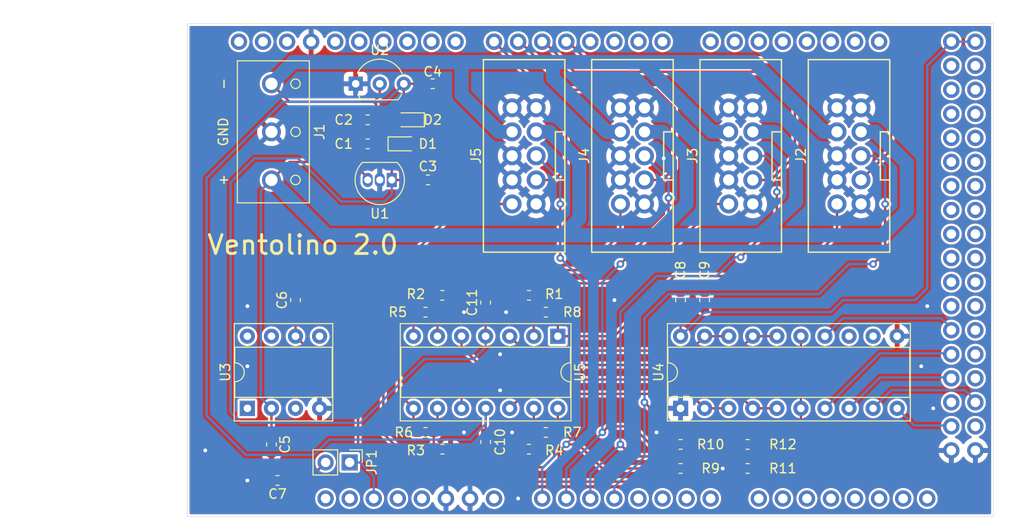
<source format=kicad_pcb>
(kicad_pcb (version 20200104) (host pcbnew "5.99.0-unknown-5eea852~100~ubuntu18.04.1")
  (layers (0 "F.Cu" signal) (31 "B.Cu" signal) (34 "B.Paste" user) (35 "F.Paste" user) (36 "B.SilkS" user) (37 "F.SilkS" user) (38 "B.Mask" user) (39 "F.Mask" user) (44 "Edge.Cuts" user))
  (net 0 "")
  (net 1 "GND")
  (net 2 "+VDC")
  (net 3 "-VDC")
  (net 4 "+12V")
  (net 5 "-12V")
  (net 6 "+2V5")
  (net 7 "+5V")
  (net 8 "Net-(J2-Pad5)")
  (net 9 "Net-(J2-Pad3)")
  (net 10 "Net-(J2-Pad2)")
  (net 11 "Net-(J3-Pad5)")
  (net 12 "Net-(J3-Pad3)")
  (net 13 "Net-(J3-Pad2)")
  (net 14 "Net-(J4-Pad5)")
  (net 15 "Net-(J4-Pad3)")
  (net 16 "Net-(J4-Pad2)")
  (net 17 "Net-(J5-Pad5)")
  (net 18 "Net-(J5-Pad3)")
  (net 19 "Net-(J5-Pad2)")
  (net 20 "Net-(JP1-Pad1)")
  (net 21 "Net-(R1-Pad1)")
  (net 22 "Net-(R2-Pad1)")
  (net 23 "Net-(R3-Pad1)")
  (net 24 "Net-(R4-Pad1)")
  (net 25 "Net-(U4-Pad10)")
  (net 26 "Net-(U4-Pad18)")
  (net 27 "Net-(U4-Pad9)")
  (net 28 "Net-(U4-Pad8)")
  (net 29 "Net-(U4-Pad16)")
  (net 30 "Net-(U4-Pad7)")
  (net 31 "Net-(U4-Pad4)")
  (net 32 "Net-(U4-Pad14)")
  (net 33 "Net-(U4-Pad2)")
  (net 34 "Net-(C7-Pad1)")
  (module "Package_TO_SOT_THT:TO-92L_Inline_Wide" (layer "F.Cu") (at 81.28 62.23)
    (fp_text reference "U2" (at 2.54 -3.56) (layer "F.SilkS"))
    (fp_text value "LM79L12_TO92")
    (pad "1" thru_hole rect (at 0 0 90) (size 1.5 1.5) (drill 0.8) (layers *.Cu *.Mask) (net 1 "GND"))
    (pad "3" thru_hole circle (at 5.08 0 90) (size 1.5 1.5) (drill 0.8) (layers *.Cu *.Mask) (net 5 "-12V"))
    (pad "2" thru_hole circle (at 2.54 0 90) (size 1.5 1.5) (drill 0.8) (layers *.Cu *.Mask) (net 3 "-VDC"))
  )
  (module "Diode_SMD:D_0603_1608Metric_Pad1.05x0.95mm_HandSolder" (layer "F.Cu") (at 86.36 68.58)
    (fp_text reference "D1" (at 2.54 0) (layer "F.SilkS"))
    (fp_text value "1N4001")
    (pad "1" smd roundrect (at -0.875 0) (size 1.05 0.95) (layers "F.Cu" "F.Paste" "F.Mask") (net 4 "+12V"))
    (pad "2" smd roundrect (at 0.875 0) (size 1.05 0.95) (layers "F.Cu" "F.Paste" "F.Mask") (net 1 "GND"))
  )
  (module "Diode_SMD:D_0603_1608Metric_Pad1.05x0.95mm_HandSolder" (layer "F.Cu") (at 86.868 66.04 180)
    (fp_text reference "D2" (at -2.54 0) (layer "F.SilkS"))
    (fp_text value "1N4001")
    (pad "1" smd roundrect (at -0.875 0 180) (size 1.05 0.95) (layers "F.Cu" "F.Paste" "F.Mask") (net 1 "GND"))
    (pad "2" smd roundrect (at 0.875 0 180) (size 1.05 0.95) (layers "F.Cu" "F.Paste" "F.Mask") (net 5 "-12V"))
  )
  (module "Arduino:Arduino_Mega2560_Shield_mOD" (layer "F.Cu") (at 50.165 108.585)
    (fp_text reference "XA1")
    (fp_text value "Arduino_Mega2560_Shield")
    (pad "GND6" thru_hole oval (at 96.52 -7.62) (size 1.7272 1.7272) (drill 1.016) (layers *.Cu *.Mask) (net 1 "GND"))
    (pad "GND5" thru_hole oval (at 93.98 -7.62) (size 1.7272 1.7272) (drill 1.016) (layers *.Cu *.Mask) (net 1 "GND"))
    (pad "D53" thru_hole oval (at 96.52 -10.16) (size 1.7272 1.7272) (drill 1.016) (layers *.Cu *.Mask))
    (pad "D52" thru_hole oval (at 93.98 -10.16) (size 1.7272 1.7272) (drill 1.016) (layers *.Cu *.Mask) (net 25 "Net-(U4-Pad10)"))
    (pad "D51" thru_hole oval (at 96.52 -12.7) (size 1.7272 1.7272) (drill 1.016) (layers *.Cu *.Mask) (net 27 "Net-(U4-Pad9)"))
    (pad "D50" thru_hole oval (at 93.98 -12.7) (size 1.7272 1.7272) (drill 1.016) (layers *.Cu *.Mask))
    (pad "D49" thru_hole oval (at 96.52 -15.24) (size 1.7272 1.7272) (drill 1.016) (layers *.Cu *.Mask))
    (pad "D48" thru_hole oval (at 93.98 -15.24) (size 1.7272 1.7272) (drill 1.016) (layers *.Cu *.Mask) (net 28 "Net-(U4-Pad8)"))
    (pad "D47" thru_hole oval (at 96.52 -17.78) (size 1.7272 1.7272) (drill 1.016) (layers *.Cu *.Mask))
    (pad "D46" thru_hole oval (at 93.98 -17.78) (size 1.7272 1.7272) (drill 1.016) (layers *.Cu *.Mask) (net 30 "Net-(U4-Pad7)"))
    (pad "D45" thru_hole oval (at 96.52 -20.32) (size 1.7272 1.7272) (drill 1.016) (layers *.Cu *.Mask))
    (pad "D44" thru_hole oval (at 93.98 -20.32) (size 1.7272 1.7272) (drill 1.016) (layers *.Cu *.Mask) (net 32 "Net-(U4-Pad14)"))
    (pad "D43" thru_hole oval (at 96.52 -22.86) (size 1.7272 1.7272) (drill 1.016) (layers *.Cu *.Mask))
    (pad "D42" thru_hole oval (at 93.98 -22.86) (size 1.7272 1.7272) (drill 1.016) (layers *.Cu *.Mask))
    (pad "D41" thru_hole oval (at 96.52 -25.4) (size 1.7272 1.7272) (drill 1.016) (layers *.Cu *.Mask))
    (pad "D40" thru_hole oval (at 93.98 -25.4) (size 1.7272 1.7272) (drill 1.016) (layers *.Cu *.Mask))
    (pad "D39" thru_hole oval (at 96.52 -27.94) (size 1.7272 1.7272) (drill 1.016) (layers *.Cu *.Mask))
    (pad "D38" thru_hole oval (at 93.98 -27.94) (size 1.7272 1.7272) (drill 1.016) (layers *.Cu *.Mask))
    (pad "D37" thru_hole oval (at 96.52 -30.48) (size 1.7272 1.7272) (drill 1.016) (layers *.Cu *.Mask))
    (pad "D36" thru_hole oval (at 93.98 -30.48) (size 1.7272 1.7272) (drill 1.016) (layers *.Cu *.Mask))
    (pad "D35" thru_hole oval (at 96.52 -33.02) (size 1.7272 1.7272) (drill 1.016) (layers *.Cu *.Mask))
    (pad "D34" thru_hole oval (at 93.98 -33.02) (size 1.7272 1.7272) (drill 1.016) (layers *.Cu *.Mask))
    (pad "D33" thru_hole oval (at 96.52 -35.56) (size 1.7272 1.7272) (drill 1.016) (layers *.Cu *.Mask))
    (pad "D32" thru_hole oval (at 93.98 -35.56) (size 1.7272 1.7272) (drill 1.016) (layers *.Cu *.Mask))
    (pad "D31" thru_hole oval (at 96.52 -38.1) (size 1.7272 1.7272) (drill 1.016) (layers *.Cu *.Mask))
    (pad "D30" thru_hole oval (at 93.98 -38.1) (size 1.7272 1.7272) (drill 1.016) (layers *.Cu *.Mask))
    (pad "D29" thru_hole oval (at 96.52 -40.64) (size 1.7272 1.7272) (drill 1.016) (layers *.Cu *.Mask))
    (pad "D28" thru_hole oval (at 93.98 -40.64) (size 1.7272 1.7272) (drill 1.016) (layers *.Cu *.Mask))
    (pad "D27" thru_hole oval (at 96.52 -43.18) (size 1.7272 1.7272) (drill 1.016) (layers *.Cu *.Mask))
    (pad "D26" thru_hole oval (at 93.98 -43.18) (size 1.7272 1.7272) (drill 1.016) (layers *.Cu *.Mask))
    (pad "D25" thru_hole oval (at 96.52 -45.72) (size 1.7272 1.7272) (drill 1.016) (layers *.Cu *.Mask))
    (pad "D24" thru_hole oval (at 93.98 -45.72) (size 1.7272 1.7272) (drill 1.016) (layers *.Cu *.Mask))
    (pad "D23" thru_hole oval (at 96.52 -48.26) (size 1.7272 1.7272) (drill 1.016) (layers *.Cu *.Mask))
    (pad "D22" thru_hole oval (at 93.98 -48.26) (size 1.7272 1.7272) (drill 1.016) (layers *.Cu *.Mask))
    (pad "5V4" thru_hole oval (at 96.52 -50.8) (size 1.7272 1.7272) (drill 1.016) (layers *.Cu *.Mask) (net 7 "+5V"))
    (pad "5V3" thru_hole oval (at 93.98 -50.8) (size 1.7272 1.7272) (drill 1.016) (layers *.Cu *.Mask) (net 7 "+5V"))
    (pad "A15" thru_hole oval (at 91.44 -2.54) (size 1.7272 1.7272) (drill 1.016) (layers *.Cu *.Mask))
    (pad "A14" thru_hole oval (at 88.9 -2.54) (size 1.7272 1.7272) (drill 1.016) (layers *.Cu *.Mask))
    (pad "A13" thru_hole oval (at 86.36 -2.54) (size 1.7272 1.7272) (drill 1.016) (layers *.Cu *.Mask))
    (pad "A12" thru_hole oval (at 83.82 -2.54) (size 1.7272 1.7272) (drill 1.016) (layers *.Cu *.Mask))
    (pad "A11" thru_hole oval (at 81.28 -2.54) (size 1.7272 1.7272) (drill 1.016) (layers *.Cu *.Mask))
    (pad "A10" thru_hole oval (at 78.74 -2.54) (size 1.7272 1.7272) (drill 1.016) (layers *.Cu *.Mask))
    (pad "A9" thru_hole oval (at 76.2 -2.54) (size 1.7272 1.7272) (drill 1.016) (layers *.Cu *.Mask))
    (pad "A8" thru_hole oval (at 73.66 -2.54) (size 1.7272 1.7272) (drill 1.016) (layers *.Cu *.Mask))
    (pad "A7" thru_hole oval (at 68.58 -2.54) (size 1.7272 1.7272) (drill 1.016) (layers *.Cu *.Mask))
    (pad "A6" thru_hole oval (at 66.04 -2.54) (size 1.7272 1.7272) (drill 1.016) (layers *.Cu *.Mask))
    (pad "A5" thru_hole oval (at 63.5 -2.54) (size 1.7272 1.7272) (drill 1.016) (layers *.Cu *.Mask))
    (pad "A4" thru_hole oval (at 60.96 -2.54) (size 1.7272 1.7272) (drill 1.016) (layers *.Cu *.Mask))
    (pad "A3" thru_hole oval (at 58.42 -2.54) (size 1.7272 1.7272) (drill 1.016) (layers *.Cu *.Mask) (net 8 "Net-(J2-Pad5)"))
    (pad "A2" thru_hole oval (at 55.88 -2.54) (size 1.7272 1.7272) (drill 1.016) (layers *.Cu *.Mask) (net 11 "Net-(J3-Pad5)"))
    (pad "A1" thru_hole oval (at 53.34 -2.54) (size 1.7272 1.7272) (drill 1.016) (layers *.Cu *.Mask) (net 14 "Net-(J4-Pad5)"))
    (pad "" thru_hole oval (at 27.94 -2.54) (size 1.7272 1.7272) (drill 1.016) (layers *.Cu *.Mask))
    (pad "D11" thru_hole oval (at 34.036 -50.8) (size 1.7272 1.7272) (drill 1.016) (layers *.Cu *.Mask))
    (pad "D12" thru_hole oval (at 31.496 -50.8) (size 1.7272 1.7272) (drill 1.016) (layers *.Cu *.Mask))
    (pad "D13" thru_hole oval (at 28.956 -50.8) (size 1.7272 1.7272) (drill 1.016) (layers *.Cu *.Mask))
    (pad "AREF" thru_hole oval (at 23.876 -50.8) (size 1.7272 1.7272) (drill 1.016) (layers *.Cu *.Mask))
    (pad "SDA" thru_hole oval (at 21.336 -50.8) (size 1.7272 1.7272) (drill 1.016) (layers *.Cu *.Mask))
    (pad "SCL" thru_hole oval (at 18.796 -50.8) (size 1.7272 1.7272) (drill 1.016) (layers *.Cu *.Mask))
    (pad "D10" thru_hole oval (at 36.576 -50.8) (size 1.7272 1.7272) (drill 1.016) (layers *.Cu *.Mask))
    (pad "D9" thru_hole oval (at 39.116 -50.8) (size 1.7272 1.7272) (drill 1.016) (layers *.Cu *.Mask))
    (pad "D8" thru_hole oval (at 41.656 -50.8) (size 1.7272 1.7272) (drill 1.016) (layers *.Cu *.Mask))
    (pad "GND1" thru_hole oval (at 26.416 -50.8) (size 1.7272 1.7272) (drill 1.016) (layers *.Cu *.Mask) (net 1 "GND"))
    (pad "D7" thru_hole oval (at 45.72 -50.8) (size 1.7272 1.7272) (drill 1.016) (layers *.Cu *.Mask) (net 18 "Net-(J5-Pad3)"))
    (pad "D6" thru_hole oval (at 48.26 -50.8) (size 1.7272 1.7272) (drill 1.016) (layers *.Cu *.Mask) (net 15 "Net-(J4-Pad3)"))
    (pad "D5" thru_hole oval (at 50.8 -50.8) (size 1.7272 1.7272) (drill 1.016) (layers *.Cu *.Mask) (net 12 "Net-(J3-Pad3)"))
    (pad "D4" thru_hole oval (at 53.34 -50.8) (size 1.7272 1.7272) (drill 1.016) (layers *.Cu *.Mask) (net 9 "Net-(J2-Pad3)"))
    (pad "D3" thru_hole oval (at 55.88 -50.8) (size 1.7272 1.7272) (drill 1.016) (layers *.Cu *.Mask))
    (pad "D2" thru_hole oval (at 58.42 -50.8) (size 1.7272 1.7272) (drill 1.016) (layers *.Cu *.Mask))
    (pad "D1" thru_hole oval (at 60.96 -50.8) (size 1.7272 1.7272) (drill 1.016) (layers *.Cu *.Mask))
    (pad "D0" thru_hole oval (at 63.5 -50.8) (size 1.7272 1.7272) (drill 1.016) (layers *.Cu *.Mask))
    (pad "D14" thru_hole oval (at 68.58 -50.8) (size 1.7272 1.7272) (drill 1.016) (layers *.Cu *.Mask))
    (pad "D15" thru_hole oval (at 71.12 -50.8) (size 1.7272 1.7272) (drill 1.016) (layers *.Cu *.Mask))
    (pad "D16" thru_hole oval (at 73.66 -50.8) (size 1.7272 1.7272) (drill 1.016) (layers *.Cu *.Mask))
    (pad "D17" thru_hole oval (at 76.2 -50.8) (size 1.7272 1.7272) (drill 1.016) (layers *.Cu *.Mask))
    (pad "D18" thru_hole oval (at 78.74 -50.8) (size 1.7272 1.7272) (drill 1.016) (layers *.Cu *.Mask))
    (pad "D19" thru_hole oval (at 81.28 -50.8) (size 1.7272 1.7272) (drill 1.016) (layers *.Cu *.Mask))
    (pad "D20" thru_hole oval (at 83.82 -50.8) (size 1.7272 1.7272) (drill 1.016) (layers *.Cu *.Mask))
    (pad "D21" thru_hole oval (at 86.36 -50.8) (size 1.7272 1.7272) (drill 1.016) (layers *.Cu *.Mask))
    (pad "IORF" thru_hole oval (at 30.48 -2.54) (size 1.7272 1.7272) (drill 1.016) (layers *.Cu *.Mask))
    (pad "RST1" thru_hole oval (at 33.02 -2.54) (size 1.7272 1.7272) (drill 1.016) (layers *.Cu *.Mask) (net 20 "Net-(JP1-Pad1)"))
    (pad "3V3" thru_hole oval (at 35.56 -2.54) (size 1.7272 1.7272) (drill 1.016) (layers *.Cu *.Mask))
    (pad "5V1" thru_hole oval (at 38.1 -2.54) (size 1.7272 1.7272) (drill 1.016) (layers *.Cu *.Mask))
    (pad "GND2" thru_hole oval (at 40.64 -2.54) (size 1.7272 1.7272) (drill 1.016) (layers *.Cu *.Mask) (net 1 "GND"))
    (pad "GND3" thru_hole oval (at 43.18 -2.54) (size 1.7272 1.7272) (drill 1.016) (layers *.Cu *.Mask) (net 1 "GND"))
    (pad "VIN" thru_hole oval (at 45.72 -2.54) (size 1.7272 1.7272) (drill 1.016) (layers *.Cu *.Mask))
    (pad "A0" thru_hole oval (at 50.8 -2.54) (size 1.7272 1.7272) (drill 1.016) (layers *.Cu *.Mask) (net 17 "Net-(J5-Pad5)"))
  )
  (module "Resistor_SMD:R_0603_1608Metric_Pad1.05x0.95mm_HandSolder" (layer "F.Cu") (at 122.64001 100.33)
    (fp_text reference "R12" (at 3.72499 0) (layer "F.SilkS"))
    (fp_text value "10k")
    (pad "2" smd roundrect (at 0.875 0) (size 1.05 0.95) (layers "F.Cu" "F.Paste" "F.Mask") (net 1 "GND"))
    (pad "1" smd roundrect (at -0.875 0) (size 1.05 0.95) (layers "F.Cu" "F.Paste" "F.Mask") (net 8 "Net-(J2-Pad5)"))
  )
  (module "Resistor_SMD:R_0603_1608Metric_Pad1.05x0.95mm_HandSolder" (layer "F.Cu") (at 122.64001 102.87)
    (fp_text reference "R11" (at 3.72499 0) (layer "F.SilkS"))
    (fp_text value "10k")
    (pad "2" smd roundrect (at 0.875 0) (size 1.05 0.95) (layers "F.Cu" "F.Paste" "F.Mask") (net 1 "GND"))
    (pad "1" smd roundrect (at -0.875 0) (size 1.05 0.95) (layers "F.Cu" "F.Paste" "F.Mask") (net 11 "Net-(J3-Pad5)"))
  )
  (module "Resistor_SMD:R_0603_1608Metric_Pad1.05x0.95mm_HandSolder" (layer "F.Cu") (at 115.57 100.33)
    (fp_text reference "R10" (at 3.175 0) (layer "F.SilkS"))
    (fp_text value "10k")
    (pad "2" smd roundrect (at 0.875 0) (size 1.05 0.95) (layers "F.Cu" "F.Paste" "F.Mask") (net 1 "GND"))
    (pad "1" smd roundrect (at -0.875 0) (size 1.05 0.95) (layers "F.Cu" "F.Paste" "F.Mask") (net 14 "Net-(J4-Pad5)"))
  )
  (module "Resistor_SMD:R_0603_1608Metric_Pad1.05x0.95mm_HandSolder" (layer "F.Cu") (at 115.57 102.87)
    (fp_text reference "R9" (at 3.175 0) (layer "F.SilkS"))
    (fp_text value "10k")
    (pad "2" smd roundrect (at 0.875 0) (size 1.05 0.95) (layers "F.Cu" "F.Paste" "F.Mask") (net 1 "GND"))
    (pad "1" smd roundrect (at -0.875 0) (size 1.05 0.95) (layers "F.Cu" "F.Paste" "F.Mask") (net 17 "Net-(J5-Pad5)"))
  )
  (module "RS_Screw:RS_Screw_Term_x3" (layer "F.Cu") (at 72.39 67.31 -90)
    (fp_text reference "J1" (at 0 -5.08 90) (layer "F.SilkS"))
    (fp_text value "Screw_Terminal_01x03")
    (fp_text user "-" (at -5.08 5.08 90) (layer "F.SilkS"))
    (fp_text user "GND" (at 0 5.08 90) (layer "F.SilkS"))
    (fp_text user "+" (at 5.08 5.08 90) (layer "F.SilkS"))
    (pad "3" thru_hole circle (at 5.08 0 270) (size 2 2) (drill 1.3) (layers *.Cu *.Mask) (net 2 "+VDC"))
    (pad "2" thru_hole circle (at 0 0 270) (size 2 2) (drill 1.3) (layers *.Cu *.Mask) (net 1 "GND"))
    (pad "1" thru_hole circle (at -5.08 0 270) (size 2 2) (drill 1.3) (layers *.Cu *.Mask) (net 3 "-VDC"))
  )
  (module "Package_DIP:DIP-14_W7.62mm_Socket" (layer "F.Cu") (at 102.616 88.9 -90)
    (fp_text reference "U5" (at 3.81 -2.33 90) (layer "F.SilkS"))
    (fp_text value "LM324")
    (pad "14" thru_hole oval (at 7.62 0 270) (size 1.6 1.6) (drill 0.8) (layers *.Cu *.Mask) (net 19 "Net-(J5-Pad2)"))
    (pad "7" thru_hole oval (at 0 15.24 270) (size 1.6 1.6) (drill 0.8) (layers *.Cu *.Mask) (net 13 "Net-(J3-Pad2)"))
    (pad "13" thru_hole oval (at 7.62 2.54 270) (size 1.6 1.6) (drill 0.8) (layers *.Cu *.Mask) (net 24 "Net-(R4-Pad1)"))
    (pad "6" thru_hole oval (at 0 12.7 270) (size 1.6 1.6) (drill 0.8) (layers *.Cu *.Mask) (net 22 "Net-(R2-Pad1)"))
    (pad "12" thru_hole oval (at 7.62 5.08 270) (size 1.6 1.6) (drill 0.8) (layers *.Cu *.Mask) (net 33 "Net-(U4-Pad2)"))
    (pad "5" thru_hole oval (at 0 10.16 270) (size 1.6 1.6) (drill 0.8) (layers *.Cu *.Mask) (net 29 "Net-(U4-Pad16)"))
    (pad "11" thru_hole oval (at 7.62 7.62 270) (size 1.6 1.6) (drill 0.8) (layers *.Cu *.Mask) (net 5 "-12V"))
    (pad "4" thru_hole oval (at 0 7.62 270) (size 1.6 1.6) (drill 0.8) (layers *.Cu *.Mask) (net 4 "+12V"))
    (pad "10" thru_hole oval (at 7.62 10.16 270) (size 1.6 1.6) (drill 0.8) (layers *.Cu *.Mask) (net 31 "Net-(U4-Pad4)"))
    (pad "3" thru_hole oval (at 0 5.08 270) (size 1.6 1.6) (drill 0.8) (layers *.Cu *.Mask) (net 26 "Net-(U4-Pad18)"))
    (pad "9" thru_hole oval (at 7.62 12.7 270) (size 1.6 1.6) (drill 0.8) (layers *.Cu *.Mask) (net 23 "Net-(R3-Pad1)"))
    (pad "2" thru_hole oval (at 0 2.54 270) (size 1.6 1.6) (drill 0.8) (layers *.Cu *.Mask) (net 21 "Net-(R1-Pad1)"))
    (pad "8" thru_hole oval (at 7.62 15.24 270) (size 1.6 1.6) (drill 0.8) (layers *.Cu *.Mask) (net 16 "Net-(J4-Pad2)"))
    (pad "1" thru_hole rect (at 0 0 270) (size 1.6 1.6) (drill 0.8) (layers *.Cu *.Mask) (net 10 "Net-(J2-Pad2)"))
  )
  (module "Package_DIP:DIP-20_W7.62mm_Socket" (layer "F.Cu") (at 115.57 96.52 90)
    (fp_text reference "U4" (at 3.81 -2.33 90) (layer "F.SilkS"))
    (fp_text value "MAX525")
    (pad "20" thru_hole oval (at 7.62 0 90) (size 1.6 1.6) (drill 0.8) (layers *.Cu *.Mask) (net 7 "+5V"))
    (pad "10" thru_hole oval (at 0 22.86 90) (size 1.6 1.6) (drill 0.8) (layers *.Cu *.Mask) (net 25 "Net-(U4-Pad10)"))
    (pad "19" thru_hole oval (at 7.62 2.54 90) (size 1.6 1.6) (drill 0.8) (layers *.Cu *.Mask) (net 26 "Net-(U4-Pad18)"))
    (pad "9" thru_hole oval (at 0 20.32 90) (size 1.6 1.6) (drill 0.8) (layers *.Cu *.Mask) (net 27 "Net-(U4-Pad9)"))
    (pad "18" thru_hole oval (at 7.62 5.08 90) (size 1.6 1.6) (drill 0.8) (layers *.Cu *.Mask) (net 26 "Net-(U4-Pad18)"))
    (pad "8" thru_hole oval (at 0 17.78 90) (size 1.6 1.6) (drill 0.8) (layers *.Cu *.Mask) (net 28 "Net-(U4-Pad8)"))
    (pad "17" thru_hole oval (at 7.62 7.62 90) (size 1.6 1.6) (drill 0.8) (layers *.Cu *.Mask) (net 29 "Net-(U4-Pad16)"))
    (pad "7" thru_hole oval (at 0 15.24 90) (size 1.6 1.6) (drill 0.8) (layers *.Cu *.Mask) (net 30 "Net-(U4-Pad7)"))
    (pad "16" thru_hole oval (at 7.62 10.16 90) (size 1.6 1.6) (drill 0.8) (layers *.Cu *.Mask) (net 29 "Net-(U4-Pad16)"))
    (pad "6" thru_hole oval (at 0 12.7 90) (size 1.6 1.6) (drill 0.8) (layers *.Cu *.Mask) (net 6 "+2V5"))
    (pad "15" thru_hole oval (at 7.62 12.7 90) (size 1.6 1.6) (drill 0.8) (layers *.Cu *.Mask) (net 6 "+2V5"))
    (pad "5" thru_hole oval (at 0 10.16 90) (size 1.6 1.6) (drill 0.8) (layers *.Cu *.Mask) (net 31 "Net-(U4-Pad4)"))
    (pad "14" thru_hole oval (at 7.62 15.24 90) (size 1.6 1.6) (drill 0.8) (layers *.Cu *.Mask) (net 32 "Net-(U4-Pad14)"))
    (pad "4" thru_hole oval (at 0 7.62 90) (size 1.6 1.6) (drill 0.8) (layers *.Cu *.Mask) (net 31 "Net-(U4-Pad4)"))
    (pad "13" thru_hole oval (at 7.62 17.78 90) (size 1.6 1.6) (drill 0.8) (layers *.Cu *.Mask))
    (pad "3" thru_hole oval (at 0 5.08 90) (size 1.6 1.6) (drill 0.8) (layers *.Cu *.Mask) (net 33 "Net-(U4-Pad2)"))
    (pad "12" thru_hole oval (at 7.62 20.32 90) (size 1.6 1.6) (drill 0.8) (layers *.Cu *.Mask))
    (pad "2" thru_hole oval (at 0 2.54 90) (size 1.6 1.6) (drill 0.8) (layers *.Cu *.Mask) (net 33 "Net-(U4-Pad2)"))
    (pad "11" thru_hole oval (at 7.62 22.86 90) (size 1.6 1.6) (drill 0.8) (layers *.Cu *.Mask) (net 1 "GND"))
    (pad "1" thru_hole rect (at 0 0 90) (size 1.6 1.6) (drill 0.8) (layers *.Cu *.Mask) (net 1 "GND"))
  )
  (module "Package_DIP:DIP-8_W7.62mm_Socket" (layer "F.Cu") (at 69.85 96.52 90)
    (fp_text reference "U3" (at 3.81 -2.33 90) (layer "F.SilkS"))
    (fp_text value "MAX6225")
    (pad "8" thru_hole oval (at 7.62 0 90) (size 1.6 1.6) (drill 0.8) (layers *.Cu *.Mask))
    (pad "4" thru_hole oval (at 0 7.62 90) (size 1.6 1.6) (drill 0.8) (layers *.Cu *.Mask) (net 1 "GND"))
    (pad "7" thru_hole oval (at 7.62 2.54 90) (size 1.6 1.6) (drill 0.8) (layers *.Cu *.Mask))
    (pad "3" thru_hole oval (at 0 5.08 90) (size 1.6 1.6) (drill 0.8) (layers *.Cu *.Mask))
    (pad "6" thru_hole oval (at 7.62 5.08 90) (size 1.6 1.6) (drill 0.8) (layers *.Cu *.Mask) (net 6 "+2V5"))
    (pad "2" thru_hole oval (at 0 2.54 90) (size 1.6 1.6) (drill 0.8) (layers *.Cu *.Mask) (net 2 "+VDC"))
    (pad "5" thru_hole oval (at 7.62 7.62 90) (size 1.6 1.6) (drill 0.8) (layers *.Cu *.Mask))
    (pad "1" thru_hole rect (at 0 0 90) (size 1.6 1.6) (drill 0.8) (layers *.Cu *.Mask))
  )
  (module "Package_TO_SOT_THT:TO-92_Inline" (layer "F.Cu") (at 85.09 72.39 180)
    (fp_text reference "U1" (at 1.27 -3.56) (layer "F.SilkS"))
    (fp_text value "MC78L12_TO92")
    (pad "1" thru_hole rect (at 0 0 180) (size 1.05 1.5) (drill 0.75) (layers *.Cu *.Mask) (net 4 "+12V"))
    (pad "3" thru_hole oval (at 2.54 0 180) (size 1.05 1.5) (drill 0.75) (layers *.Cu *.Mask) (net 2 "+VDC"))
    (pad "2" thru_hole oval (at 1.27 0 180) (size 1.05 1.5) (drill 0.75) (layers *.Cu *.Mask) (net 1 "GND"))
  )
  (module "Resistor_SMD:R_0603_1608Metric_Pad1.05x0.95mm_HandSolder" (layer "F.Cu") (at 101.346 86.36 180)
    (fp_text reference "R8" (at -2.794 0) (layer "F.SilkS"))
    (fp_text value "10k")
    (pad "2" smd roundrect (at 0.875 0 180) (size 1.05 0.95) (layers "F.Cu" "F.Paste" "F.Mask") (net 21 "Net-(R1-Pad1)"))
    (pad "1" smd roundrect (at -0.875 0 180) (size 1.05 0.95) (layers "F.Cu" "F.Paste" "F.Mask") (net 10 "Net-(J2-Pad2)"))
  )
  (module "Resistor_SMD:R_0603_1608Metric_Pad1.05x0.95mm_HandSolder" (layer "F.Cu") (at 101.346 99.06 180)
    (fp_text reference "R7" (at -2.794 0) (layer "F.SilkS"))
    (fp_text value "10k")
    (pad "2" smd roundrect (at 0.875 0 180) (size 1.05 0.95) (layers "F.Cu" "F.Paste" "F.Mask") (net 24 "Net-(R4-Pad1)"))
    (pad "1" smd roundrect (at -0.875 0 180) (size 1.05 0.95) (layers "F.Cu" "F.Paste" "F.Mask") (net 19 "Net-(J5-Pad2)"))
  )
  (module "Resistor_SMD:R_0603_1608Metric_Pad1.05x0.95mm_HandSolder" (layer "F.Cu") (at 88.646 99.06)
    (fp_text reference "R6" (at -2.286 0) (layer "F.SilkS"))
    (fp_text value "10k")
    (pad "2" smd roundrect (at 0.875 0) (size 1.05 0.95) (layers "F.Cu" "F.Paste" "F.Mask") (net 23 "Net-(R3-Pad1)"))
    (pad "1" smd roundrect (at -0.875 0) (size 1.05 0.95) (layers "F.Cu" "F.Paste" "F.Mask") (net 16 "Net-(J4-Pad2)"))
  )
  (module "Resistor_SMD:R_0603_1608Metric_Pad1.05x0.95mm_HandSolder" (layer "F.Cu") (at 88.646 86.36)
    (fp_text reference "R5" (at -2.921 0) (layer "F.SilkS"))
    (fp_text value "10k")
    (pad "2" smd roundrect (at 0.875 0) (size 1.05 0.95) (layers "F.Cu" "F.Paste" "F.Mask") (net 22 "Net-(R2-Pad1)"))
    (pad "1" smd roundrect (at -0.875 0) (size 1.05 0.95) (layers "F.Cu" "F.Paste" "F.Mask") (net 13 "Net-(J3-Pad2)"))
  )
  (module "Resistor_SMD:R_0603_1608Metric_Pad1.05x0.95mm_HandSolder" (layer "F.Cu") (at 99.568 100.838 180)
    (fp_text reference "R4" (at -2.667 -0.127) (layer "F.SilkS"))
    (fp_text value "10k")
    (pad "2" smd roundrect (at 0.875 0 180) (size 1.05 0.95) (layers "F.Cu" "F.Paste" "F.Mask") (net 1 "GND"))
    (pad "1" smd roundrect (at -0.875 0 180) (size 1.05 0.95) (layers "F.Cu" "F.Paste" "F.Mask") (net 24 "Net-(R4-Pad1)"))
  )
  (module "Resistor_SMD:R_0603_1608Metric_Pad1.05x0.95mm_HandSolder" (layer "F.Cu") (at 90.424 100.838)
    (fp_text reference "R3" (at -2.794 0.127) (layer "F.SilkS"))
    (fp_text value "10k")
    (pad "2" smd roundrect (at 0.875 0) (size 1.05 0.95) (layers "F.Cu" "F.Paste" "F.Mask") (net 1 "GND"))
    (pad "1" smd roundrect (at -0.875 0) (size 1.05 0.95) (layers "F.Cu" "F.Paste" "F.Mask") (net 23 "Net-(R3-Pad1)"))
  )
  (module "Resistor_SMD:R_0603_1608Metric_Pad1.05x0.95mm_HandSolder" (layer "F.Cu") (at 90.424 84.582)
    (fp_text reference "R2" (at -2.794 -0.127) (layer "F.SilkS"))
    (fp_text value "10k")
    (pad "2" smd roundrect (at 0.875 0) (size 1.05 0.95) (layers "F.Cu" "F.Paste" "F.Mask") (net 1 "GND"))
    (pad "1" smd roundrect (at -0.875 0) (size 1.05 0.95) (layers "F.Cu" "F.Paste" "F.Mask") (net 22 "Net-(R2-Pad1)"))
  )
  (module "Resistor_SMD:R_0603_1608Metric_Pad1.05x0.95mm_HandSolder" (layer "F.Cu") (at 99.568 84.582 180)
    (fp_text reference "R1" (at -2.667 0.127) (layer "F.SilkS"))
    (fp_text value "10k")
    (pad "2" smd roundrect (at 0.875 0 180) (size 1.05 0.95) (layers "F.Cu" "F.Paste" "F.Mask") (net 1 "GND"))
    (pad "1" smd roundrect (at -0.875 0 180) (size 1.05 0.95) (layers "F.Cu" "F.Paste" "F.Mask") (net 21 "Net-(R1-Pad1)"))
  )
  (module "Connector_PinHeader_2.54mm:PinHeader_1x02_P2.54mm_Vertical" (layer "F.Cu") (at 80.645 102.235 -90)
    (fp_text reference "JP1" (at 0 -2.33 90) (layer "F.SilkS"))
    (fp_text value "Jumper_NC_Small")
    (pad "2" thru_hole oval (at 0 2.54 270) (size 1.7 1.7) (drill 1) (layers *.Cu *.Mask) (net 34 "Net-(C7-Pad1)"))
    (pad "1" thru_hole rect (at 0 0 270) (size 1.7 1.7) (drill 1) (layers *.Cu *.Mask) (net 20 "Net-(JP1-Pad1)"))
  )
  (module "IDC:IDC_05x02" (layer "F.Cu") (at 99.06 69.85 90)
    (fp_text reference "J5" (at 0 -5.08 90) (layer "F.SilkS"))
    (fp_text value "Conn_01x10")
    (pad "10" thru_hole circle (at 5.08 -1.27 90) (size 2 2) (drill 1.2) (layers *.Cu *.Mask) (net 1 "GND"))
    (pad "9" thru_hole circle (at 5.08 1.27 90) (size 2 2) (drill 1.2) (layers *.Cu *.Mask) (net 1 "GND"))
    (pad "8" thru_hole circle (at 2.54 -1.27 90) (size 2 2) (drill 1.2) (layers *.Cu *.Mask) (net 3 "-VDC"))
    (pad "7" thru_hole circle (at 2.54 1.27 90) (size 2 2) (drill 1.2) (layers *.Cu *.Mask) (net 2 "+VDC"))
    (pad "6" thru_hole circle (at 0 -1.27 90) (size 2 2) (drill 1.2) (layers *.Cu *.Mask) (net 1 "GND"))
    (pad "5" thru_hole circle (at 0 1.27 90) (size 2 2) (drill 1.2) (layers *.Cu *.Mask) (net 17 "Net-(J5-Pad5)"))
    (pad "4" thru_hole circle (at -2.54 -1.27 90) (size 2 2) (drill 1.2) (layers *.Cu *.Mask) (net 1 "GND"))
    (pad "3" thru_hole circle (at -2.54 1.27 90) (size 2 2) (drill 1.2) (layers *.Cu *.Mask) (net 18 "Net-(J5-Pad3)"))
    (pad "2" thru_hole circle (at -5.08 -1.27 90) (size 2 2) (drill 1.2) (layers *.Cu *.Mask) (net 19 "Net-(J5-Pad2)"))
    (pad "1" thru_hole circle (at -5.08 1.27 90) (size 2 2) (drill 1.2) (layers *.Cu *.Mask) (net 1 "GND"))
  )
  (module "IDC:IDC_05x02" (layer "F.Cu") (at 110.49 69.85 90)
    (fp_text reference "J4" (at 0 -5.08 90) (layer "F.SilkS"))
    (fp_text value "Conn_01x10")
    (pad "10" thru_hole circle (at 5.08 -1.27 90) (size 2 2) (drill 1.2) (layers *.Cu *.Mask) (net 1 "GND"))
    (pad "9" thru_hole circle (at 5.08 1.27 90) (size 2 2) (drill 1.2) (layers *.Cu *.Mask) (net 1 "GND"))
    (pad "8" thru_hole circle (at 2.54 -1.27 90) (size 2 2) (drill 1.2) (layers *.Cu *.Mask) (net 3 "-VDC"))
    (pad "7" thru_hole circle (at 2.54 1.27 90) (size 2 2) (drill 1.2) (layers *.Cu *.Mask) (net 2 "+VDC"))
    (pad "6" thru_hole circle (at 0 -1.27 90) (size 2 2) (drill 1.2) (layers *.Cu *.Mask) (net 1 "GND"))
    (pad "5" thru_hole circle (at 0 1.27 90) (size 2 2) (drill 1.2) (layers *.Cu *.Mask) (net 14 "Net-(J4-Pad5)"))
    (pad "4" thru_hole circle (at -2.54 -1.27 90) (size 2 2) (drill 1.2) (layers *.Cu *.Mask) (net 1 "GND"))
    (pad "3" thru_hole circle (at -2.54 1.27 90) (size 2 2) (drill 1.2) (layers *.Cu *.Mask) (net 15 "Net-(J4-Pad3)"))
    (pad "2" thru_hole circle (at -5.08 -1.27 90) (size 2 2) (drill 1.2) (layers *.Cu *.Mask) (net 16 "Net-(J4-Pad2)"))
    (pad "1" thru_hole circle (at -5.08 1.27 90) (size 2 2) (drill 1.2) (layers *.Cu *.Mask) (net 1 "GND"))
  )
  (module "IDC:IDC_05x02" (layer "F.Cu") (at 121.92 69.85 90)
    (fp_text reference "J3" (at 0 -5.08 90) (layer "F.SilkS"))
    (fp_text value "Conn_01x10")
    (pad "10" thru_hole circle (at 5.08 -1.27 90) (size 2 2) (drill 1.2) (layers *.Cu *.Mask) (net 1 "GND"))
    (pad "9" thru_hole circle (at 5.08 1.27 90) (size 2 2) (drill 1.2) (layers *.Cu *.Mask) (net 1 "GND"))
    (pad "8" thru_hole circle (at 2.54 -1.27 90) (size 2 2) (drill 1.2) (layers *.Cu *.Mask) (net 3 "-VDC"))
    (pad "7" thru_hole circle (at 2.54 1.27 90) (size 2 2) (drill 1.2) (layers *.Cu *.Mask) (net 2 "+VDC"))
    (pad "6" thru_hole circle (at 0 -1.27 90) (size 2 2) (drill 1.2) (layers *.Cu *.Mask) (net 1 "GND"))
    (pad "5" thru_hole circle (at 0 1.27 90) (size 2 2) (drill 1.2) (layers *.Cu *.Mask) (net 11 "Net-(J3-Pad5)"))
    (pad "4" thru_hole circle (at -2.54 -1.27 90) (size 2 2) (drill 1.2) (layers *.Cu *.Mask) (net 1 "GND"))
    (pad "3" thru_hole circle (at -2.54 1.27 90) (size 2 2) (drill 1.2) (layers *.Cu *.Mask) (net 12 "Net-(J3-Pad3)"))
    (pad "2" thru_hole circle (at -5.08 -1.27 90) (size 2 2) (drill 1.2) (layers *.Cu *.Mask) (net 13 "Net-(J3-Pad2)"))
    (pad "1" thru_hole circle (at -5.08 1.27 90) (size 2 2) (drill 1.2) (layers *.Cu *.Mask) (net 1 "GND"))
  )
  (module "IDC:IDC_05x02" (layer "F.Cu") (at 133.35 69.85 90)
    (fp_text reference "J2" (at 0 -5.08 90) (layer "F.SilkS"))
    (fp_text value "Conn_01x10")
    (pad "10" thru_hole circle (at 5.08 -1.27 90) (size 2 2) (drill 1.2) (layers *.Cu *.Mask) (net 1 "GND"))
    (pad "9" thru_hole circle (at 5.08 1.27 90) (size 2 2) (drill 1.2) (layers *.Cu *.Mask) (net 1 "GND"))
    (pad "8" thru_hole circle (at 2.54 -1.27 90) (size 2 2) (drill 1.2) (layers *.Cu *.Mask) (net 3 "-VDC"))
    (pad "7" thru_hole circle (at 2.54 1.27 90) (size 2 2) (drill 1.2) (layers *.Cu *.Mask) (net 2 "+VDC"))
    (pad "6" thru_hole circle (at 0 -1.27 90) (size 2 2) (drill 1.2) (layers *.Cu *.Mask) (net 1 "GND"))
    (pad "5" thru_hole circle (at 0 1.27 90) (size 2 2) (drill 1.2) (layers *.Cu *.Mask) (net 8 "Net-(J2-Pad5)"))
    (pad "4" thru_hole circle (at -2.54 -1.27 90) (size 2 2) (drill 1.2) (layers *.Cu *.Mask) (net 1 "GND"))
    (pad "3" thru_hole circle (at -2.54 1.27 90) (size 2 2) (drill 1.2) (layers *.Cu *.Mask) (net 9 "Net-(J2-Pad3)"))
    (pad "2" thru_hole circle (at -5.08 -1.27 90) (size 2 2) (drill 1.2) (layers *.Cu *.Mask) (net 10 "Net-(J2-Pad2)"))
    (pad "1" thru_hole circle (at -5.08 1.27 90) (size 2 2) (drill 1.2) (layers *.Cu *.Mask) (net 1 "GND"))
  )
  (module "Capacitor_SMD:C_0603_1608Metric_Pad1.05x0.95mm_HandSolder" (layer "F.Cu") (at 94.996 85.344 90)
    (fp_text reference "C11" (at 0 -1.43 90) (layer "F.SilkS"))
    (fp_text value "100n")
    (pad "2" smd roundrect (at 0.875 0 90) (size 1.05 0.95) (layers "F.Cu" "F.Paste" "F.Mask") (net 1 "GND"))
    (pad "1" smd roundrect (at -0.875 0 90) (size 1.05 0.95) (layers "F.Cu" "F.Paste" "F.Mask") (net 4 "+12V"))
  )
  (module "Capacitor_SMD:C_0603_1608Metric_Pad1.05x0.95mm_HandSolder" (layer "F.Cu") (at 94.996 100.076 -90)
    (fp_text reference "C10" (at 0 -1.524 90) (layer "F.SilkS"))
    (fp_text value "100n")
    (pad "2" smd roundrect (at 0.875 0 270) (size 1.05 0.95) (layers "F.Cu" "F.Paste" "F.Mask") (net 1 "GND"))
    (pad "1" smd roundrect (at -0.875 0 270) (size 1.05 0.95) (layers "F.Cu" "F.Paste" "F.Mask") (net 5 "-12V"))
  )
  (module "Capacitor_SMD:C_0603_1608Metric_Pad1.05x0.95mm_HandSolder" (layer "F.Cu") (at 118.11 85.09 90)
    (fp_text reference "C9" (at 3.175 0 90) (layer "F.SilkS"))
    (fp_text value "4u7")
    (pad "2" smd roundrect (at 0.875 0 90) (size 1.05 0.95) (layers "F.Cu" "F.Paste" "F.Mask") (net 1 "GND"))
    (pad "1" smd roundrect (at -0.875 0 90) (size 1.05 0.95) (layers "F.Cu" "F.Paste" "F.Mask") (net 7 "+5V"))
  )
  (module "Capacitor_SMD:C_0603_1608Metric_Pad1.05x0.95mm_HandSolder" (layer "F.Cu") (at 115.57 85.09 90)
    (fp_text reference "C8" (at 3.175 0 90) (layer "F.SilkS"))
    (fp_text value "100n")
    (pad "2" smd roundrect (at 0.875 0 90) (size 1.05 0.95) (layers "F.Cu" "F.Paste" "F.Mask") (net 1 "GND"))
    (pad "1" smd roundrect (at -0.875 0 90) (size 1.05 0.95) (layers "F.Cu" "F.Paste" "F.Mask") (net 7 "+5V"))
  )
  (module "Capacitor_SMD:C_0603_1608Metric_Pad1.05x0.95mm_HandSolder" (layer "F.Cu") (at 73.025 104.14 180)
    (fp_text reference "C7" (at 0 -1.43) (layer "F.SilkS"))
    (fp_text value "10u")
    (pad "2" smd roundrect (at 0.875 0 180) (size 1.05 0.95) (layers "F.Cu" "F.Paste" "F.Mask") (net 1 "GND"))
    (pad "1" smd roundrect (at -0.875 0 180) (size 1.05 0.95) (layers "F.Cu" "F.Paste" "F.Mask") (net 34 "Net-(C7-Pad1)"))
  )
  (module "Capacitor_SMD:C_0603_1608Metric_Pad1.05x0.95mm_HandSolder" (layer "F.Cu") (at 74.93 85.09 90)
    (fp_text reference "C6" (at 0 -1.43 90) (layer "F.SilkS"))
    (fp_text value "2u2")
    (pad "2" smd roundrect (at 0.875 0 90) (size 1.05 0.95) (layers "F.Cu" "F.Paste" "F.Mask") (net 1 "GND"))
    (pad "1" smd roundrect (at -0.875 0 90) (size 1.05 0.95) (layers "F.Cu" "F.Paste" "F.Mask") (net 6 "+2V5"))
  )
  (module "Capacitor_SMD:C_0603_1608Metric_Pad1.05x0.95mm_HandSolder" (layer "F.Cu") (at 72.39 100.33 -90)
    (fp_text reference "C5" (at 0 -1.43 90) (layer "F.SilkS"))
    (fp_text value "2u2")
    (pad "2" smd roundrect (at 0.875 0 270) (size 1.05 0.95) (layers "F.Cu" "F.Paste" "F.Mask") (net 1 "GND"))
    (pad "1" smd roundrect (at -0.875 0 270) (size 1.05 0.95) (layers "F.Cu" "F.Paste" "F.Mask") (net 2 "+VDC"))
  )
  (module "Capacitor_SMD:C_0603_1608Metric_Pad1.05x0.95mm_HandSolder" (layer "F.Cu") (at 89.408 62.23 180)
    (fp_text reference "C4" (at 0 1.27) (layer "F.SilkS"))
    (fp_text value "100n")
    (pad "2" smd roundrect (at 0.875 0 180) (size 1.05 0.95) (layers "F.Cu" "F.Paste" "F.Mask") (net 5 "-12V"))
    (pad "1" smd roundrect (at -0.875 0 180) (size 1.05 0.95) (layers "F.Cu" "F.Paste" "F.Mask") (net 1 "GND"))
  )
  (module "Capacitor_SMD:C_0603_1608Metric_Pad1.05x0.95mm_HandSolder" (layer "F.Cu") (at 88.9 72.39)
    (fp_text reference "C3" (at 0 -1.43) (layer "F.SilkS"))
    (fp_text value "100n")
    (pad "2" smd roundrect (at 0.875 0) (size 1.05 0.95) (layers "F.Cu" "F.Paste" "F.Mask") (net 1 "GND"))
    (pad "1" smd roundrect (at -0.875 0) (size 1.05 0.95) (layers "F.Cu" "F.Paste" "F.Mask") (net 4 "+12V"))
  )
  (module "Capacitor_SMD:C_0603_1608Metric_Pad1.05x0.95mm_HandSolder" (layer "F.Cu") (at 82.55 66.04)
    (fp_text reference "C2" (at -2.54 0) (layer "F.SilkS"))
    (fp_text value "330n")
    (pad "2" smd roundrect (at 0.875 0) (size 1.05 0.95) (layers "F.Cu" "F.Paste" "F.Mask") (net 3 "-VDC"))
    (pad "1" smd roundrect (at -0.875 0) (size 1.05 0.95) (layers "F.Cu" "F.Paste" "F.Mask") (net 1 "GND"))
  )
  (module "Capacitor_SMD:C_0603_1608Metric_Pad1.05x0.95mm_HandSolder" (layer "F.Cu") (at 82.55 68.58)
    (fp_text reference "C1" (at -2.54 0) (layer "F.SilkS"))
    (fp_text value "330n")
    (pad "2" smd roundrect (at 0.875 0) (size 1.05 0.95) (layers "F.Cu" "F.Paste" "F.Mask") (net 1 "GND"))
    (pad "1" smd roundrect (at -0.875 0) (size 1.05 0.95) (layers "F.Cu" "F.Paste" "F.Mask") (net 2 "+VDC"))
  )
  (gr_text "Ventolino 2.0" (at 75.692 79.248) (layer "F.SilkS") (effects (font (size 2 2) (thickness 0.3))))
  (gr_line (start 63.5 107.95) (end 63.5 55.88) (layer "Edge.Cuts") (width 0.05))
  (gr_line (start 148.59 107.95) (end 63.5 107.95) (layer "Edge.Cuts") (width 0.05))
  (gr_line (start 148.59 55.88) (end 148.59 107.95) (layer "Edge.Cuts") (width 0.05))
  (gr_line (start 63.5 55.88) (end 148.59 55.88) (layer "Edge.Cuts") (width 0.05))
  (via (at 113.792 70.104) (size 0.8) (drill 0.4) (layers "F.Cu" "B.Cu") (net 1))
  (segment (start 72.39 62.23) (end 74.295 64.135) (width 0.25) (layer "F.Cu") (net 3))
  (segment (start 74.295 64.135) (end 83.185 64.135) (width 0.25) (layer "F.Cu") (net 3))
  (segment (start 83.185 64.135) (end 83.82 63.5) (width 0.25) (layer "F.Cu") (net 3))
  (segment (start 83.82 63.5) (end 83.82 62.23) (width 0.25) (layer "F.Cu") (net 3))
  (segment (start 82.55 72.165) (end 82.55 72.39) (width 0.25) (layer "F.Cu") (net 2))
  (segment (start 80.87 70.485) (end 82.55 72.165) (width 0.25) (layer "F.Cu") (net 2))
  (segment (start 74.295 70.485) (end 80.87 70.485) (width 0.25) (layer "F.Cu") (net 2))
  (segment (start 72.39 72.39) (end 74.295 70.485) (width 0.25) (layer "F.Cu") (net 2))
  (segment (start 83.425 64.375) (end 83.425 66.04) (width 0.25) (layer "F.Cu") (net 3))
  (segment (start 83.185 64.135) (end 83.425 64.375) (width 0.25) (layer "F.Cu") (net 3))
  (segment (start 81.675 69.68) (end 81.675 68.58) (width 0.25) (layer "F.Cu") (net 2))
  (segment (start 80.87 70.485) (end 81.675 69.68) (width 0.25) (layer "F.Cu") (net 2))
  (segment (start 85.09 68.975) (end 85.485 68.58) (width 0.25) (layer "F.Cu") (net 4))
  (segment (start 85.09 72.39) (end 85.09 68.975) (width 0.25) (layer "F.Cu") (net 4))
  (segment (start 85.09 72.39) (end 88.025 72.39) (width 0.25) (layer "F.Cu") (net 4))
  (segment (start 87.376 98.665) (end 87.771 99.06) (width 0.25) (layer "F.Cu") (net 16))
  (segment (start 87.376 96.52) (end 87.376 98.665) (width 0.25) (layer "F.Cu") (net 16))
  (segment (start 89.916 98.665) (end 89.521 99.06) (width 0.25) (layer "F.Cu") (net 23))
  (segment (start 89.916 96.52) (end 89.916 98.665) (width 0.25) (layer "F.Cu") (net 23))
  (segment (start 100.076 98.665) (end 100.471 99.06) (width 0.25) (layer "F.Cu") (net 24))
  (segment (start 100.076 96.52) (end 100.076 98.665) (width 0.25) (layer "F.Cu") (net 24))
  (segment (start 102.616 98.665) (end 102.221 99.06) (width 0.25) (layer "F.Cu") (net 19))
  (segment (start 102.616 96.52) (end 102.616 98.665) (width 0.25) (layer "F.Cu") (net 19))
  (segment (start 100.076 86.755) (end 100.471 86.36) (width 0.25) (layer "F.Cu") (net 21))
  (segment (start 100.076 88.9) (end 100.076 86.755) (width 0.25) (layer "F.Cu") (net 21))
  (segment (start 102.616 86.755) (end 102.221 86.36) (width 0.25) (layer "F.Cu") (net 10))
  (segment (start 102.616 88.9) (end 102.616 86.755) (width 0.25) (layer "F.Cu") (net 10))
  (segment (start 87.376 86.755) (end 87.771 86.36) (width 0.25) (layer "F.Cu") (net 13))
  (segment (start 87.376 88.9) (end 87.376 86.755) (width 0.25) (layer "F.Cu") (net 13))
  (segment (start 89.916 86.755) (end 89.521 86.36) (width 0.25) (layer "F.Cu") (net 22))
  (segment (start 89.916 88.9) (end 89.916 86.755) (width 0.25) (layer "F.Cu") (net 22))
  (segment (start 144.25 90.71) (end 144.24 90.71) (width 0.25) (layer "F.Cu") (net 30))
  (segment (start 140.24 98.33) (end 138.43 96.52) (width 0.25) (layer "B.Cu") (net 25))
  (segment (start 144.25 98.33) (end 140.24 98.33) (width 0.25) (layer "B.Cu") (net 25))
  (segment (start 145.926401 94.926401) (end 146.79 95.79) (width 0.25) (layer "B.Cu") (net 27))
  (segment (start 145.601399 94.601399) (end 145.926401 94.926401) (width 0.25) (layer "B.Cu") (net 27))
  (segment (start 136.62 93.25) (end 144.25 93.25) (width 0.25) (layer "B.Cu") (net 28))
  (segment (start 133.35 96.52) (end 136.62 93.25) (width 0.25) (layer "B.Cu") (net 28))
  (segment (start 136.62 90.71) (end 144.25 90.71) (width 0.25) (layer "B.Cu") (net 30))
  (segment (start 130.81 96.52) (end 136.62 90.71) (width 0.25) (layer "B.Cu") (net 30))
  (segment (start 130.81 88.9) (end 132.715 86.995) (width 0.25) (layer "B.Cu") (net 32))
  (segment (start 143.075 86.995) (end 144.25 88.17) (width 0.25) (layer "B.Cu") (net 32))
  (segment (start 132.715 86.995) (end 143.075 86.995) (width 0.25) (layer "B.Cu") (net 32))
  (segment (start 119.24137 88.9) (end 120.65 88.9) (width 0.25) (layer "F.Cu") (net 26))
  (segment (start 118.11 88.9) (end 119.24137 88.9) (width 0.25) (layer "F.Cu") (net 26))
  (segment (start 123.19 88.9) (end 125.73 88.9) (width 0.25) (layer "F.Cu") (net 29))
  (segment (start 120.65 96.52) (end 118.11 96.52) (width 0.25) (layer "F.Cu") (net 33))
  (segment (start 123.19 96.52) (end 125.73 96.52) (width 0.25) (layer "F.Cu") (net 31))
  (segment (start 87.771 85.885) (end 87.771 86.36) (width 0.25) (layer "F.Cu") (net 13))
  (segment (start 109.22 78.105) (end 109.22 74.93) (width 0.25) (layer "F.Cu") (net 16))
  (segment (start 105.41 81.915) (end 109.22 78.105) (width 0.25) (layer "F.Cu") (net 16))
  (segment (start 102.221 99.535) (end 102.221 99.06) (width 0.25) (layer "F.Cu") (net 19))
  (segment (start 100.711 100.965) (end 100.791 100.965) (width 0.25) (layer "F.Cu") (net 24))
  (segment (start 73.9 104.14) (end 74.425 104.14) (width 0.25) (layer "F.Cu") (net 34))
  (segment (start 72.39 99.455) (end 72.39 96.52) (width 0.25) (layer "F.Cu") (net 2))
  (segment (start 74.93 88.9) (end 74.93 85.965) (width 0.25) (layer "F.Cu") (net 6))
  (segment (start 123.299787 59.944) (end 130.665787 67.31) (width 1.5) (layer "B.Cu") (net 3))
  (segment (start 130.665787 67.31) (end 132.08 67.31) (width 1.5) (layer "B.Cu") (net 3))
  (segment (start 72.39 62.23) (end 74.676 59.944) (width 1.5) (layer "B.Cu") (net 3))
  (segment (start 110.236 59.944) (end 111.506 59.944) (width 1.5) (layer "B.Cu") (net 3))
  (segment (start 110.236 59.944) (end 123.299787 59.944) (width 1.5) (layer "B.Cu") (net 3))
  (segment (start 118.872 67.31) (end 120.65 67.31) (width 1.5) (layer "B.Cu") (net 3))
  (segment (start 111.506 59.944) (end 118.872 67.31) (width 1.5) (layer "B.Cu") (net 3))
  (segment (start 102.108 61.612213) (end 107.805787 67.31) (width 1.5) (layer "B.Cu") (net 3))
  (segment (start 107.805787 67.31) (end 109.22 67.31) (width 1.5) (layer "B.Cu") (net 3))
  (segment (start 102.108 59.944) (end 102.108 61.612213) (width 1.5) (layer "B.Cu") (net 3))
  (segment (start 102.108 59.944) (end 110.236 59.944) (width 1.5) (layer "B.Cu") (net 3))
  (segment (start 96.375787 67.31) (end 97.79 67.31) (width 1.5) (layer "B.Cu") (net 3))
  (segment (start 92.456 63.390213) (end 96.375787 67.31) (width 1.5) (layer "B.Cu") (net 3))
  (segment (start 92.456 59.944) (end 92.456 63.390213) (width 1.5) (layer "B.Cu") (net 3))
  (segment (start 92.456 59.944) (end 102.108 59.944) (width 1.5) (layer "B.Cu") (net 3))
  (segment (start 74.676 59.944) (end 92.456 59.944) (width 1.5) (layer "B.Cu") (net 3))
  (segment (start 136.034213 67.31) (end 134.62 67.31) (width 1.5) (layer "B.Cu") (net 2))
  (segment (start 72.39 72.39) (end 78.232 78.232) (width 1.5) (layer "B.Cu") (net 2))
  (segment (start 139.446 75.692) (end 139.446 70.612) (width 1.5) (layer "B.Cu") (net 2))
  (segment (start 136.906 78.232) (end 139.446 75.692) (width 1.5) (layer "B.Cu") (net 2))
  (segment (start 139.446 70.612) (end 136.144 67.31) (width 1.5) (layer "B.Cu") (net 2))
  (segment (start 136.144 67.31) (end 136.034213 67.31) (width 1.5) (layer "B.Cu") (net 2))
  (segment (start 123.952 78.232) (end 136.906 78.232) (width 1.5) (layer "B.Cu") (net 2))
  (segment (start 101.744213 67.31) (end 104.902 70.467787) (width 1.5) (layer "B.Cu") (net 2))
  (segment (start 100.33 67.31) (end 101.744213 67.31) (width 1.5) (layer "B.Cu") (net 2))
  (segment (start 104.902 70.467787) (end 104.902 76.454) (width 1.5) (layer "B.Cu") (net 2))
  (segment (start 104.902 76.454) (end 103.124 78.232) (width 1.5) (layer "B.Cu") (net 2))
  (segment (start 78.232 78.232) (end 103.124 78.232) (width 1.5) (layer "B.Cu") (net 2))
  (segment (start 103.124 78.232) (end 112.268 78.232) (width 1.5) (layer "B.Cu") (net 2))
  (segment (start 124.604213 67.31) (end 123.19 67.31) (width 1.5) (layer "B.Cu") (net 2))
  (segment (start 125.476 67.31) (end 124.604213 67.31) (width 1.5) (layer "B.Cu") (net 2))
  (segment (start 127.762 69.596) (end 125.476 67.31) (width 1.5) (layer "B.Cu") (net 2))
  (segment (start 123.952 78.232) (end 127.762 74.676) (width 1.5) (layer "B.Cu") (net 2))
  (segment (start 127.762 74.676) (end 127.762 69.596) (width 1.5) (layer "B.Cu") (net 2))
  (segment (start 135.382 59.69) (end 105.61 59.69) (width 0.25) (layer "F.Cu") (net 9))
  (segment (start 105.61 59.69) (end 103.61 57.69) (width 0.25) (layer "F.Cu") (net 9))
  (segment (start 137.668 61.976) (end 135.382 59.69) (width 0.25) (layer "F.Cu") (net 9))
  (segment (start 137.795 69.215) (end 137.668 61.976) (width 0.25) (layer "F.Cu") (net 9))
  (segment (start 134.62 72.39) (end 137.795 69.215) (width 0.25) (layer "F.Cu") (net 9))
  (segment (start 123.825 60.96) (end 127.635 64.77) (width 0.25) (layer "F.Cu") (net 12))
  (segment (start 125.095 72.39) (end 123.19 72.39) (width 0.25) (layer "F.Cu") (net 12))
  (segment (start 127.635 69.85) (end 125.095 72.39) (width 0.25) (layer "F.Cu") (net 12))
  (segment (start 127.635 64.77) (end 127.635 69.85) (width 0.25) (layer "F.Cu") (net 12))
  (segment (start 101.07 57.69) (end 104.34 60.96) (width 0.25) (layer "F.Cu") (net 12))
  (segment (start 104.34 60.96) (end 123.825 60.96) (width 0.25) (layer "F.Cu") (net 12))
  (segment (start 98.53 57.69) (end 103.705 62.865) (width 0.25) (layer "F.Cu") (net 15))
  (segment (start 113.03 62.865) (end 114.935 64.77) (width 0.25) (layer "F.Cu") (net 15))
  (segment (start 103.705 62.865) (end 113.03 62.865) (width 0.25) (layer "F.Cu") (net 15))
  (segment (start 113.665 72.39) (end 114.935 71.12) (width 0.25) (layer "F.Cu") (net 15))
  (segment (start 114.935 64.77) (end 114.935 71.12) (width 0.25) (layer "F.Cu") (net 15))
  (segment (start 113.665 72.39) (end 111.76 72.39) (width 0.25) (layer "F.Cu") (net 15))
  (segment (start 103.505 71.12) (end 102.235 72.39) (width 0.25) (layer "F.Cu") (net 18))
  (segment (start 102.235 72.39) (end 100.33 72.39) (width 0.25) (layer "F.Cu") (net 18))
  (segment (start 103.505 65.405) (end 103.505 71.12) (width 0.25) (layer "F.Cu") (net 18))
  (segment (start 95.99 57.69) (end 95.99 57.89) (width 0.25) (layer "F.Cu") (net 18))
  (segment (start 95.99 57.89) (end 103.505 65.405) (width 0.25) (layer "F.Cu") (net 18))
  (segment (start 68.072 96.927002) (end 69.188998 98.044) (width 0.25) (layer "B.Cu") (net 4))
  (segment (start 85.09 72.39) (end 85.09 73.914) (width 0.25) (layer "B.Cu") (net 4))
  (segment (start 85.09 73.914) (end 84.328 74.676) (width 0.25) (layer "B.Cu") (net 4))
  (segment (start 84.328 74.676) (end 79.756 74.676) (width 0.25) (layer "B.Cu") (net 4))
  (segment (start 79.756 74.676) (end 75.184 70.104) (width 0.25) (layer "B.Cu") (net 4))
  (segment (start 75.184 70.104) (end 70.612 70.104) (width 0.25) (layer "B.Cu") (net 4))
  (segment (start 70.612 70.104) (end 68.072 72.644) (width 0.25) (layer "B.Cu") (net 4))
  (segment (start 92.456 88.9) (end 92.456 90.03137) (width 0.25) (layer "F.Cu") (net 29))
  (segment (start 92.456 96.52) (end 92.456 95.38863) (width 0.25) (layer "F.Cu") (net 31))
  (segment (start 116.984999 95.394999) (end 118.11 96.52) (width 0.25) (layer "F.Cu") (net 33))
  (segment (start 116.586 94.996) (end 118.11 96.52) (width 0.25) (layer "F.Cu") (net 33))
  (segment (start 99.06 94.996) (end 116.586 94.996) (width 0.25) (layer "F.Cu") (net 33))
  (segment (start 97.536 96.52) (end 99.06 94.996) (width 0.25) (layer "F.Cu") (net 33))
  (segment (start 97.536 88.9) (end 99.06 90.424) (width 0.25) (layer "F.Cu") (net 26))
  (segment (start 116.586 90.424) (end 118.11 88.9) (width 0.25) (layer "F.Cu") (net 26))
  (segment (start 99.06 90.424) (end 116.586 90.424) (width 0.25) (layer "F.Cu") (net 26))
  (segment (start 94.366815 91.942185) (end 120.136185 91.942185) (width 0.25) (layer "F.Cu") (net 29))
  (segment (start 120.136185 91.942185) (end 120.142 91.948) (width 0.25) (layer "F.Cu") (net 29))
  (segment (start 120.142 91.948) (end 123.19 88.9) (width 0.25) (layer "F.Cu") (net 29))
  (segment (start 92.456 90.03137) (end 94.366815 91.942185) (width 0.25) (layer "F.Cu") (net 29))
  (segment (start 94.366815 93.477815) (end 120.020815 93.477815) (width 0.25) (layer "F.Cu") (net 31))
  (segment (start 120.020815 93.477815) (end 120.142 93.599) (width 0.25) (layer "F.Cu") (net 31))
  (segment (start 120.142 93.599) (end 123.19 96.52) (width 0.25) (layer "F.Cu") (net 31))
  (segment (start 92.456 95.38863) (end 94.366815 93.477815) (width 0.25) (layer "F.Cu") (net 31))
  (segment (start 100.471 100.81) (end 100.443 100.838) (width 0.25) (layer "F.Cu") (net 24))
  (segment (start 100.471 99.06) (end 100.471 100.81) (width 0.25) (layer "F.Cu") (net 24))
  (segment (start 89.521 100.81) (end 89.549 100.838) (width 0.25) (layer "F.Cu") (net 23))
  (segment (start 89.521 99.06) (end 89.521 100.81) (width 0.25) (layer "F.Cu") (net 23))
  (segment (start 89.521 84.61) (end 89.549 84.582) (width 0.25) (layer "F.Cu") (net 22))
  (segment (start 89.521 86.36) (end 89.521 84.61) (width 0.25) (layer "F.Cu") (net 22))
  (segment (start 100.471 84.61) (end 100.443 84.582) (width 0.25) (layer "F.Cu") (net 21))
  (segment (start 100.471 86.36) (end 100.471 84.61) (width 0.25) (layer "F.Cu") (net 21))
  (segment (start 94.996 97.65137) (end 94.996 99.201) (width 0.25) (layer "F.Cu") (net 5))
  (segment (start 94.996 96.52) (end 94.996 97.65137) (width 0.25) (layer "F.Cu") (net 5))
  (segment (start 94.996 88.9) (end 94.996 86.219) (width 0.25) (layer "F.Cu") (net 4))
  (segment (start 108.585 88.9) (end 102.616 88.9) (width 0.25) (layer "F.Cu") (net 10))
  (segment (start 132.08 74.93) (end 132.08 78.105) (width 0.25) (layer "F.Cu") (net 10))
  (segment (start 105.41 81.915) (end 88.392 81.915) (width 0.25) (layer "F.Cu") (net 16))
  (segment (start 88.392 81.915) (end 85.852 84.455) (width 0.25) (layer "F.Cu") (net 16))
  (segment (start 85.852 94.996) (end 87.376 96.52) (width 0.25) (layer "F.Cu") (net 16))
  (segment (start 85.852 84.455) (end 85.852 94.996) (width 0.25) (layer "F.Cu") (net 16))
  (segment (start 94.996 90.03137) (end 93.71437 91.313) (width 0.25) (layer "B.Cu") (net 4))
  (segment (start 94.996 88.9) (end 94.996 90.03137) (width 0.25) (layer "B.Cu") (net 4))
  (segment (start 68.072 72.644) (end 68.072 96.927002) (width 0.25) (layer "B.Cu") (net 4))
  (segment (start 81.661 98.044) (end 81.788 98.044) (width 0.25) (layer "B.Cu") (net 4))
  (segment (start 69.188998 98.044) (end 81.661 98.044) (width 0.25) (layer "B.Cu") (net 4))
  (segment (start 88.519 91.313) (end 93.71437 91.313) (width 0.25) (layer "B.Cu") (net 4))
  (segment (start 81.788 98.044) (end 88.519 91.313) (width 0.25) (layer "B.Cu") (net 4))
  (segment (start 71.390001 73.389999) (end 72.39 72.39) (width 0.25) (layer "B.Cu") (net 2))
  (segment (start 71.264999 73.515001) (end 71.390001 73.389999) (width 0.25) (layer "B.Cu") (net 2))
  (segment (start 71.264999 95.394999) (end 71.264999 73.515001) (width 0.25) (layer "B.Cu") (net 2))
  (segment (start 72.39 96.52) (end 71.264999 95.394999) (width 0.25) (layer "B.Cu") (net 2))
  (segment (start 78.105 102.235) (end 76.2 104.14) (width 0.25) (layer "F.Cu") (net 34))
  (segment (start 76.2 104.14) (end 73.9 104.14) (width 0.25) (layer "F.Cu") (net 34))
  (segment (start 83.185 104.823686) (end 83.185 106.045) (width 0.25) (layer "B.Cu") (net 20))
  (segment (start 83.185 103.675) (end 83.185 104.823686) (width 0.25) (layer "B.Cu") (net 20))
  (segment (start 81.745 102.235) (end 83.185 103.675) (width 0.25) (layer "B.Cu") (net 20))
  (segment (start 80.645 102.235) (end 81.745 102.235) (width 0.25) (layer "B.Cu") (net 20))
  (segment (start 144.145 57.785) (end 146.685 57.785) (width 0.25) (layer "B.Cu") (net 7))
  (segment (start 110.998 83.312) (end 119.38 74.93) (width 0.25) (layer "F.Cu") (net 13))
  (segment (start 119.38 74.93) (end 120.65 74.93) (width 0.25) (layer "F.Cu") (net 13))
  (segment (start 89.027 83.312) (end 110.998 83.312) (width 0.25) (layer "F.Cu") (net 13))
  (segment (start 87.771 86.36) (end 87.771 84.568) (width 0.25) (layer "F.Cu") (net 13))
  (segment (start 87.771 84.568) (end 89.027 83.312) (width 0.25) (layer "F.Cu") (net 13))
  (segment (start 112.268 78.232) (end 123.952 78.232) (width 1.5) (layer "B.Cu") (net 2))
  (segment (start 102.221 101.614) (end 102.221 99.06) (width 0.25) (layer "F.Cu") (net 19))
  (segment (start 92.583 74.93) (end 84.201 83.312) (width 0.25) (layer "F.Cu") (net 19))
  (segment (start 84.201 83.312) (end 84.201 99.187) (width 0.25) (layer "F.Cu") (net 19))
  (segment (start 84.201 99.187) (end 87.757 102.743) (width 0.25) (layer "F.Cu") (net 19))
  (segment (start 87.757 102.743) (end 101.092 102.743) (width 0.25) (layer "F.Cu") (net 19))
  (segment (start 97.79 74.93) (end 92.583 74.93) (width 0.25) (layer "F.Cu") (net 19))
  (segment (start 101.092 102.743) (end 102.221 101.614) (width 0.25) (layer "F.Cu") (net 19))
  (via (at 98.425 106.045) (size 0.8) (drill 0.4) (layers "F.Cu" "B.Cu") (net 1))
  (via (at 102.87 74.93) (size 0.8) (drill 0.4) (layers "F.Cu" "B.Cu") (net 17))
  (segment (start 100.33 69.85) (end 102.87 72.39) (width 0.25) (layer "B.Cu") (net 17))
  (segment (start 102.87 72.39) (end 102.87 74.93) (width 0.25) (layer "B.Cu") (net 17))
  (via (at 102.87 80.645) (size 0.8) (drill 0.4) (layers "F.Cu" "B.Cu") (net 17))
  (segment (start 102.87 74.93) (end 102.87 80.645) (width 0.25) (layer "F.Cu") (net 17))
  (segment (start 102.87 80.645) (end 105.41 83.185) (width 0.25) (layer "B.Cu") (net 17))
  (segment (start 116.205 74.93) (end 112.903 78.232) (width 1.5) (layer "B.Cu") (net 2))
  (segment (start 112.903 78.232) (end 112.268 78.232) (width 1.5) (layer "B.Cu") (net 2))
  (segment (start 116.205 69.85) (end 116.205 74.93) (width 1.5) (layer "B.Cu") (net 2))
  (segment (start 111.76 67.31) (end 113.665 67.31) (width 1.5) (layer "B.Cu") (net 2))
  (segment (start 113.665 67.31) (end 116.205 69.85) (width 1.5) (layer "B.Cu") (net 2))
  (segment (start 111.76 69.85) (end 114.3 72.39) (width 0.25) (layer "B.Cu") (net 14))
  (via (at 114.3 74.295) (size 0.8) (drill 0.4) (layers "F.Cu" "B.Cu") (net 14))
  (segment (start 114.3 72.39) (end 114.3 74.295) (width 0.25) (layer "B.Cu") (net 14))
  (via (at 109.22 81.28) (size 0.8) (drill 0.4) (layers "F.Cu" "B.Cu") (net 14))
  (segment (start 114.3 74.295) (end 114.3 76.2) (width 0.25) (layer "F.Cu") (net 14))
  (segment (start 114.3 76.2) (end 109.22 81.28) (width 0.25) (layer "F.Cu") (net 14))
  (segment (start 100.965 102.87) (end 103.505 100.33) (width 0.25) (layer "B.Cu") (net 17))
  (segment (start 100.965 106.045) (end 100.965 102.87) (width 0.25) (layer "B.Cu") (net 17))
  (segment (start 105.41 83.185) (end 105.41 98.425) (width 0.25) (layer "B.Cu") (net 17))
  (segment (start 107.315 83.185) (end 109.22 81.28) (width 0.25) (layer "B.Cu") (net 14))
  (segment (start 103.505 102.87) (end 107.315 99.06) (width 0.25) (layer "B.Cu") (net 14))
  (segment (start 107.315 99.06) (end 107.315 83.185) (width 0.25) (layer "B.Cu") (net 14))
  (segment (start 103.505 106.045) (end 103.505 102.87) (width 0.25) (layer "B.Cu") (net 14))
  (segment (start 124.604213 69.85) (end 125.73 70.975787) (width 0.25) (layer "B.Cu") (net 11))
  (segment (start 123.19 69.85) (end 124.604213 69.85) (width 0.25) (layer "B.Cu") (net 11))
  (via (at 125.73 73.66) (size 0.8) (drill 0.4) (layers "F.Cu" "B.Cu") (net 11))
  (segment (start 125.73 70.975787) (end 125.73 73.66) (width 0.25) (layer "B.Cu") (net 11))
  (via (at 121.92 80.555) (size 0.8) (drill 0.4) (layers "F.Cu" "B.Cu") (net 11))
  (segment (start 125.73 73.66) (end 125.73 76.745) (width 0.25) (layer "F.Cu") (net 11))
  (segment (start 125.73 76.745) (end 121.92 80.555) (width 0.25) (layer "F.Cu") (net 11))
  (segment (start 127.635 82.55) (end 132.08 78.105) (width 0.25) (layer "F.Cu") (net 10))
  (segment (start 114.935 82.55) (end 127.635 82.55) (width 0.25) (layer "F.Cu") (net 10))
  (segment (start 114.935 82.55) (end 108.585 88.9) (width 0.25) (layer "F.Cu") (net 10))
  (segment (start 121.354315 80.555) (end 119.359315 82.55) (width 0.25) (layer "B.Cu") (net 11))
  (segment (start 121.92 80.555) (end 121.354315 80.555) (width 0.25) (layer "B.Cu") (net 11))
  (segment (start 119.359315 82.55) (end 113.03 82.55) (width 0.25) (layer "B.Cu") (net 11))
  (segment (start 113.03 82.55) (end 109.22 86.36) (width 0.25) (layer "B.Cu") (net 11))
  (segment (start 109.22 86.36) (end 109.22 100.33) (width 0.25) (layer "B.Cu") (net 11))
  (segment (start 106.045 103.505) (end 106.045 106.045) (width 0.25) (layer "B.Cu") (net 11))
  (segment (start 109.22 100.33) (end 106.045 103.505) (width 0.25) (layer "B.Cu") (net 11))
  (via (at 135.89 81.28) (size 0.8) (drill 0.4) (layers "F.Cu" "B.Cu") (net 8))
  (via (at 137.16 74.93) (size 0.8) (drill 0.4) (layers "F.Cu" "B.Cu") (net 8))
  (segment (start 135.89 81.28) (end 137.16 80.01) (width 0.25) (layer "F.Cu") (net 8))
  (segment (start 137.16 80.01) (end 137.16 74.93) (width 0.25) (layer "F.Cu") (net 8))
  (segment (start 137.16 72.39) (end 137.16 74.93) (width 0.25) (layer "B.Cu") (net 8))
  (segment (start 137.16 70.975787) (end 137.16 72.39) (width 0.25) (layer "B.Cu") (net 8))
  (segment (start 136.034213 69.85) (end 137.16 70.975787) (width 0.25) (layer "B.Cu") (net 8))
  (segment (start 134.62 69.85) (end 136.034213 69.85) (width 0.25) (layer "B.Cu") (net 8))
  (segment (start 141.605 60.325) (end 144.145 57.785) (width 0.25) (layer "B.Cu") (net 7))
  (segment (start 115.57 88.9) (end 118.11 86.36) (width 0.25) (layer "B.Cu") (net 7))
  (segment (start 132.715 85.09) (end 140.335 85.09) (width 0.25) (layer "B.Cu") (net 7))
  (segment (start 131.445 86.36) (end 132.715 85.09) (width 0.25) (layer "B.Cu") (net 7))
  (segment (start 118.11 86.36) (end 131.445 86.36) (width 0.25) (layer "B.Cu") (net 7))
  (segment (start 140.335 85.09) (end 141.605 83.82) (width 0.25) (layer "B.Cu") (net 7))
  (segment (start 141.605 83.82) (end 141.605 60.325) (width 0.25) (layer "B.Cu") (net 7))
  (segment (start 133.35 81.28) (end 135.89 81.28) (width 0.25) (layer "B.Cu") (net 8))
  (segment (start 108.585 104.823686) (end 111.76 101.648686) (width 0.25) (layer "B.Cu") (net 8))
  (segment (start 108.585 106.045) (end 108.585 104.823686) (width 0.25) (layer "B.Cu") (net 8))
  (segment (start 114.3 84.455) (end 130.175 84.455) (width 0.25) (layer "B.Cu") (net 8))
  (segment (start 130.175 84.455) (end 133.35 81.28) (width 0.25) (layer "B.Cu") (net 8))
  (segment (start 111.76 86.995) (end 114.3 84.455) (width 0.25) (layer "B.Cu") (net 8))
  (via (at 97.155 86.36) (size 0.8) (drill 0.4) (layers "F.Cu" "B.Cu") (net 1))
  (via (at 92.71 86.36) (size 0.8) (drill 0.4) (layers "F.Cu" "B.Cu") (net 1))
  (via (at 92.71 99.06) (size 0.8) (drill 0.4) (layers "F.Cu" "B.Cu") (net 1))
  (via (at 97.79 99.06) (size 0.8) (drill 0.4) (layers "F.Cu" "B.Cu") (net 1))
  (via (at 96.52 90.805) (size 0.8) (drill 0.4) (layers "F.Cu" "B.Cu") (net 1))
  (via (at 96.52 94.615) (size 0.8) (drill 0.4) (layers "F.Cu" "B.Cu") (net 1))
  (segment (start 81.534 95.504) (end 74.93 88.9) (width 0.25) (layer "F.Cu") (net 6))
  (segment (start 85.344 104.267) (end 81.534 100.457) (width 0.25) (layer "F.Cu") (net 6))
  (segment (start 128.27 96.52) (end 128.27 101.6) (width 0.25) (layer "F.Cu") (net 6))
  (segment (start 81.534 100.457) (end 81.534 95.504) (width 0.25) (layer "F.Cu") (net 6))
  (segment (start 125.603 104.267) (end 85.344 104.267) (width 0.25) (layer "F.Cu") (net 6))
  (segment (start 128.27 101.6) (end 125.603 104.267) (width 0.25) (layer "F.Cu") (net 6))
  (via (at 107.315 99.06) (size 0.8) (drill 0.4) (layers "F.Cu" "B.Cu") (net 14))
  (segment (start 109.855 102.87) (end 114.695 102.87) (width 0.25) (layer "F.Cu") (net 17))
  (segment (start 121.76501 102.395) (end 120.97001 101.6) (width 0.25) (layer "F.Cu") (net 11))
  (segment (start 121.76501 102.87) (end 121.76501 102.395) (width 0.25) (layer "F.Cu") (net 11))
  (via (at 109.22 100.33) (size 0.8) (drill 0.4) (layers "F.Cu" "B.Cu") (net 11))
  (segment (start 110.49 101.6) (end 109.22 100.33) (width 0.25) (layer "F.Cu") (net 11))
  (segment (start 113.849991 97.974991) (end 111.76 95.885) (width 0.25) (layer "F.Cu") (net 8))
  (segment (start 111.76 95.885) (end 111.76 86.995) (width 0.25) (layer "B.Cu") (net 8))
  (segment (start 111.76 101.648686) (end 111.76 95.885) (width 0.25) (layer "B.Cu") (net 8))
  (via (at 111.76 95.885) (size 0.8) (drill 0.4) (layers "F.Cu" "B.Cu") (net 8))
  (segment (start 121.76501 100.33) (end 121.76501 99.855) (width 0.25) (layer "F.Cu") (net 8))
  (segment (start 104.14 99.695) (end 105.41 98.425) (width 0.25) (layer "B.Cu") (net 17))
  (segment (start 107.315 102.87) (end 109.855 102.87) (width 0.25) (layer "F.Cu") (net 17))
  (segment (start 107.95 98.425) (end 107.315 99.06) (width 0.25) (layer "F.Cu") (net 14))
  (segment (start 114.695 100.33) (end 112.395 100.33) (width 0.25) (layer "F.Cu") (net 14))
  (segment (start 110.49 98.425) (end 107.95 98.425) (width 0.25) (layer "F.Cu") (net 14))
  (segment (start 112.395 100.33) (end 110.49 98.425) (width 0.25) (layer "F.Cu") (net 14))
  (via (at 113.03 99.06) (size 0.8) (drill 0.4) (layers "F.Cu" "B.Cu") (net 1))
  (segment (start 114.139995 98.264995) (end 113.849991 97.974991) (width 0.25) (layer "F.Cu") (net 8))
  (segment (start 120.175005 98.264995) (end 114.139995 98.264995) (width 0.25) (layer "F.Cu") (net 8))
  (segment (start 121.76501 99.855) (end 120.175005 98.264995) (width 0.25) (layer "F.Cu") (net 8))
  (segment (start 110.49 101.6) (end 113.665 101.6) (width 0.25) (layer "F.Cu") (net 11))
  (segment (start 120.97001 101.6) (end 113.665 101.6) (width 0.25) (layer "F.Cu") (net 11))
  (segment (start 113.665 101.6) (end 113.11501 101.6) (width 0.25) (layer "F.Cu") (net 11))
  (via (at 108.585 85.09) (size 0.8) (drill 0.4) (layers "F.Cu" "B.Cu") (net 1))
  (via (at 141.605 85.725) (size 0.8) (drill 0.4) (layers "F.Cu" "B.Cu") (net 1))
  (via (at 140.97 92.075) (size 0.8) (drill 0.4) (layers "F.Cu" "B.Cu") (net 1))
  (segment (start 137.808601 94.601399) (end 145.601399 94.601399) (width 0.25) (layer "B.Cu") (net 27))
  (segment (start 135.89 96.52) (end 137.808601 94.601399) (width 0.25) (layer "B.Cu") (net 27))
  (via (at 142.24 96.52) (size 0.8) (drill 0.4) (layers "F.Cu" "B.Cu") (net 1))
  (via (at 69.85 104.14) (size 0.8) (drill 0.4) (layers "F.Cu" "B.Cu") (net 1))
  (via (at 65.405 100.965) (size 0.8) (drill 0.4) (layers "F.Cu" "B.Cu") (net 1))
  (via (at 69.85 85.725) (size 0.8) (drill 0.4) (layers "F.Cu" "B.Cu") (net 1))
  (via (at 69.85 92.075) (size 0.8) (drill 0.4) (layers "F.Cu" "B.Cu") (net 1))
  (segment (start 78.486 99.822) (end 93.345 99.822) (width 0.25) (layer "B.Cu") (net 5))
  (segment (start 69.690999 101.440999) (end 76.867001 101.440999) (width 0.25) (layer "B.Cu") (net 5))
  (segment (start 94.996 98.171) (end 94.996 96.52) (width 0.25) (layer "B.Cu") (net 5))
  (segment (start 93.345 99.822) (end 94.996 98.171) (width 0.25) (layer "B.Cu") (net 5))
  (segment (start 65.532 72.206998) (end 65.532 97.282) (width 0.25) (layer "B.Cu") (net 5))
  (segment (start 76.867001 101.440999) (end 78.486 99.822) (width 0.25) (layer "B.Cu") (net 5))
  (segment (start 73.603998 64.135) (end 65.532 72.206998) (width 0.25) (layer "B.Cu") (net 5))
  (segment (start 65.532 97.282) (end 69.690999 101.440999) (width 0.25) (layer "B.Cu") (net 5))
  (via (at 120.015 102.87) (size 0.8) (drill 0.4) (layers "F.Cu" "B.Cu") (net 1))
  (segment (start 103.505 100.33) (end 104.14 99.695) (width 0.25) (layer "B.Cu") (net 17))
  (via (at 103.505 100.33) (size 0.8) (drill 0.4) (layers "F.Cu" "B.Cu") (net 17))
  (segment (start 103.505 100.33) (end 104.775 100.33) (width 0.25) (layer "F.Cu") (net 17))
  (segment (start 104.775 100.33) (end 107.315 102.87) (width 0.25) (layer "F.Cu") (net 17))
  (segment (start 128.27 88.9) (end 128.27 96.52) (width 0.25) (layer "F.Cu") (net 6))
  (segment (start 115.57 88.9) (end 115.57 85.965) (width 0.25) (layer "F.Cu") (net 7))
  (segment (start 116.045 85.965) (end 118.11 85.965) (width 0.25) (layer "F.Cu") (net 7))
  (segment (start 115.57 85.965) (end 116.045 85.965) (width 0.25) (layer "F.Cu") (net 7))
  (segment (start 86.36 65.673) (end 85.993 66.04) (width 0.25) (layer "F.Cu") (net 5))
  (segment (start 86.36 62.23) (end 86.36 65.673) (width 0.25) (layer "F.Cu") (net 5))
  (segment (start 86.36 62.23) (end 88.533 62.23) (width 0.25) (layer "F.Cu") (net 5))
  (segment (start 84.455 64.135) (end 83.693 64.135) (width 0.25) (layer "B.Cu") (net 5))
  (segment (start 86.36 62.23) (end 84.455 64.135) (width 0.25) (layer "B.Cu") (net 5))
  (segment (start 84.185 64.135) (end 83.693 64.135) (width 0.25) (layer "B.Cu") (net 5))
  (segment (start 83.693 64.135) (end 73.603998 64.135) (width 0.25) (layer "B.Cu") (net 5))
  (zone (net 1) (net_name "GND") (layer "B.Cu") (connect_pads (clearance 0.25)) (min_thickness 0.25) (fill yes (thermal_gap 0.508) (thermal_bridge_width 0.508))
    (polygon (pts (xy 148.59 107.95) (xy 63.5 107.95) (xy 63.5 55.88) (xy 148.59 55.88)))
  )
  (zone (net 1) (net_name "GND") (layer "F.Cu") (connect_pads (clearance 0.25)) (min_thickness 0.25) (fill yes (thermal_gap 0.508) (thermal_bridge_width 0.508))
    (polygon (pts (xy 148.59 107.95) (xy 63.5 107.95) (xy 63.5 55.88) (xy 148.59 55.88)))
  )
)
</source>
